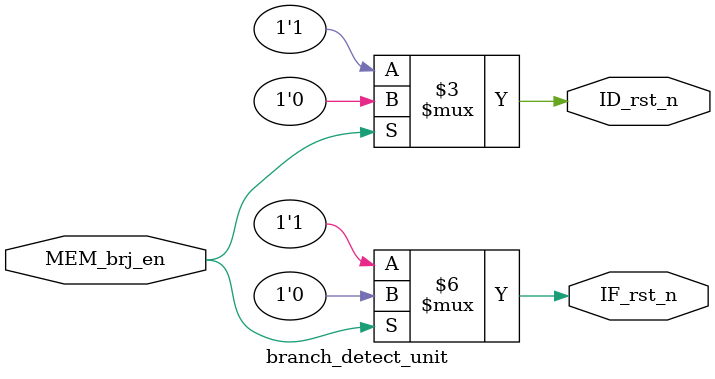
<source format=sv>
module branch_detect_unit (
// Signal for branch and jump detect
input logic			MEM_brj_en,

// Output enable and reset for IF/ID, ID/EX and EX/MEM stage
output logic		IF_rst_n,	
output logic		ID_rst_n
);

always @(*) begin	
	if (MEM_brj_en) begin
		IF_rst_n			= 0;	
		ID_rst_n			= 0;
	end
	
	else begin
		IF_rst_n			= 1;	
		ID_rst_n			= 1;
	end
end
endmodule

</source>
